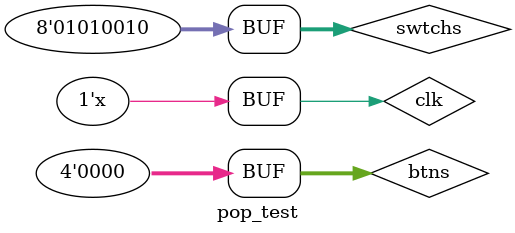
<source format=v>
`timescale 1ns / 1ps
module pop_test();
    reg clk;
    reg[3:0] btns;
    reg[7:0] swtchs;
    wire[7:0] leds;
    wire[6:0] segs;
    wire[3:0] an;
    
    top u1(.clk(clk), .btns(btns), .swtchs(swtchs), .leds(leds), .segs(segs), .an(an));
    
    
    initial begin
        clk = 1'b0;
        btns = 4'b0000;
        swtchs = 8'h00;
        
        #2;
        
        btns = 4'b1000;
         
        #50;
        
        btns = 4'b1010;
        
        #50;
        
        btns = 4'b0000;
        swtchs = 8'b01010000;
        
        #50;
        
        btns = 4'b0001;
        
        #50;
        
        btns = 4'b0000;
        swtchs = 8'b01010001;
        
        #50;
        
        btns = 4'b0001;
        
        #50;
        
        btns = 4'b0000;
        swtchs = 8'b01010010;
        
        #50;
        
        btns = 4'b0001;
        
        #50;
        
        btns = 4'b0000;
        
        #50;
        btns = 4'b0010;   
        
        #50;
        
        btns = 4'b0000;
        
        #50;
        
        btns = 4'b0010; 
        
        #50;
        
        btns = 4'b0000;
        
        #50;
        btns = 4'b0010;     
        
        #50;
        btns = 4'b0000; 
    end
    
    
    always
        clk = #1 ~clk;
    
endmodule

</source>
